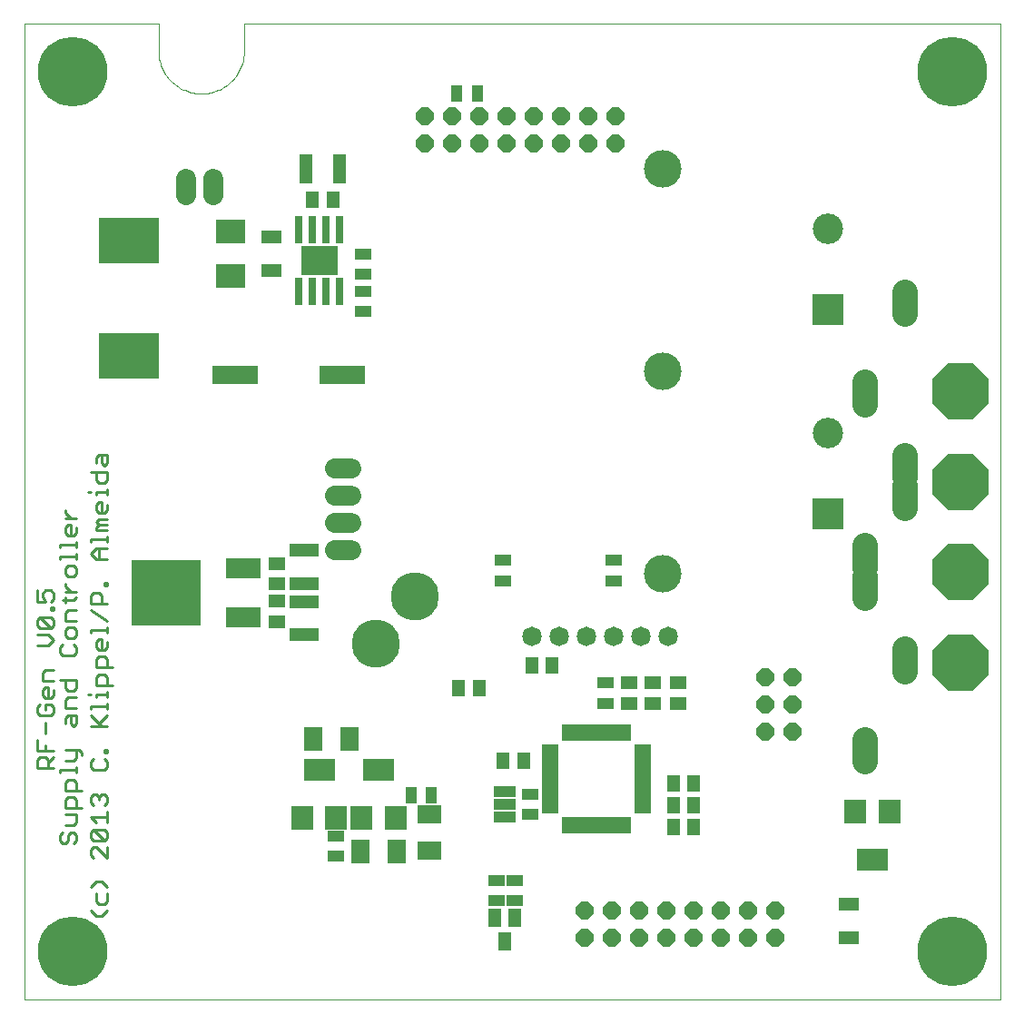
<source format=gts>
G75*
G70*
%OFA0B0*%
%FSLAX24Y24*%
%IPPOS*%
%LPD*%
%AMOC8*
5,1,8,0,0,1.08239X$1,22.5*
%
%ADD10C,0.0000*%
%ADD11C,0.0100*%
%ADD12C,0.1772*%
%ADD13C,0.1378*%
%ADD14R,0.1118X0.1118*%
%ADD15C,0.1118*%
%ADD16R,0.0315X0.0984*%
%ADD17R,0.1339X0.1063*%
%ADD18R,0.2244X0.1693*%
%ADD19R,0.0748X0.0472*%
%ADD20R,0.0630X0.0394*%
%ADD21R,0.0472X0.1102*%
%ADD22R,0.1102X0.0906*%
%ADD23R,0.0472X0.0630*%
%ADD24R,0.1693X0.0709*%
%ADD25R,0.1102X0.0472*%
%ADD26R,0.0630X0.0472*%
%ADD27C,0.2559*%
%ADD28R,0.0512X0.0669*%
%ADD29R,0.0827X0.0906*%
%ADD30R,0.1142X0.0827*%
%ADD31OC8,0.2087*%
%ADD32OC8,0.0658*%
%ADD33R,0.0394X0.0630*%
%ADD34R,0.0709X0.0906*%
%ADD35R,0.0906X0.0709*%
%ADD36C,0.0718*%
%ADD37R,0.1299X0.0748*%
%ADD38R,0.2559X0.2402*%
%ADD39R,0.0618X0.0338*%
%ADD40R,0.0338X0.0618*%
%ADD41C,0.0718*%
%ADD42R,0.0787X0.0394*%
%ADD43C,0.0943*%
D10*
X000233Y000233D02*
X000233Y036060D01*
X005154Y036060D01*
X005154Y035076D01*
X005156Y034999D01*
X005162Y034922D01*
X005171Y034845D01*
X005184Y034769D01*
X005201Y034693D01*
X005222Y034619D01*
X005246Y034545D01*
X005274Y034473D01*
X005305Y034403D01*
X005340Y034334D01*
X005378Y034266D01*
X005419Y034201D01*
X005464Y034138D01*
X005512Y034077D01*
X005562Y034018D01*
X005615Y033962D01*
X005671Y033909D01*
X005730Y033859D01*
X005791Y033811D01*
X005854Y033766D01*
X005919Y033725D01*
X005987Y033687D01*
X006056Y033652D01*
X006126Y033621D01*
X006198Y033593D01*
X006272Y033569D01*
X006346Y033548D01*
X006422Y033531D01*
X006498Y033518D01*
X006575Y033509D01*
X006652Y033503D01*
X006729Y033501D01*
X006806Y033503D01*
X006883Y033509D01*
X006960Y033518D01*
X007036Y033531D01*
X007112Y033548D01*
X007186Y033569D01*
X007260Y033593D01*
X007332Y033621D01*
X007402Y033652D01*
X007471Y033687D01*
X007539Y033725D01*
X007604Y033766D01*
X007667Y033811D01*
X007728Y033859D01*
X007787Y033909D01*
X007843Y033962D01*
X007896Y034018D01*
X007946Y034077D01*
X007994Y034138D01*
X008039Y034201D01*
X008080Y034266D01*
X008118Y034334D01*
X008153Y034403D01*
X008184Y034473D01*
X008212Y034545D01*
X008236Y034619D01*
X008257Y034693D01*
X008274Y034769D01*
X008287Y034845D01*
X008296Y034922D01*
X008302Y034999D01*
X008304Y035076D01*
X008304Y036060D01*
X036060Y036060D01*
X036060Y000233D01*
X000233Y000233D01*
X012322Y013305D02*
X012324Y013362D01*
X012330Y013419D01*
X012340Y013475D01*
X012353Y013531D01*
X012371Y013585D01*
X012392Y013638D01*
X012417Y013689D01*
X012445Y013739D01*
X012477Y013786D01*
X012511Y013832D01*
X012549Y013874D01*
X012590Y013914D01*
X012633Y013952D01*
X012679Y013986D01*
X012727Y014016D01*
X012777Y014044D01*
X012829Y014068D01*
X012883Y014088D01*
X012937Y014104D01*
X012993Y014117D01*
X013049Y014126D01*
X013106Y014131D01*
X013163Y014132D01*
X013220Y014129D01*
X013277Y014122D01*
X013333Y014111D01*
X013388Y014097D01*
X013442Y014078D01*
X013495Y014056D01*
X013546Y014031D01*
X013595Y014001D01*
X013642Y013969D01*
X013687Y013933D01*
X013729Y013895D01*
X013768Y013853D01*
X013804Y013809D01*
X013838Y013763D01*
X013868Y013714D01*
X013894Y013664D01*
X013917Y013612D01*
X013936Y013558D01*
X013952Y013503D01*
X013964Y013447D01*
X013972Y013390D01*
X013976Y013334D01*
X013976Y013276D01*
X013972Y013220D01*
X013964Y013163D01*
X013952Y013107D01*
X013936Y013052D01*
X013917Y012998D01*
X013894Y012946D01*
X013868Y012896D01*
X013838Y012847D01*
X013804Y012801D01*
X013768Y012757D01*
X013729Y012715D01*
X013687Y012677D01*
X013642Y012641D01*
X013595Y012609D01*
X013546Y012579D01*
X013495Y012554D01*
X013442Y012532D01*
X013388Y012513D01*
X013333Y012499D01*
X013277Y012488D01*
X013220Y012481D01*
X013163Y012478D01*
X013106Y012479D01*
X013049Y012484D01*
X012993Y012493D01*
X012937Y012506D01*
X012883Y012522D01*
X012829Y012542D01*
X012777Y012566D01*
X012727Y012594D01*
X012679Y012624D01*
X012633Y012658D01*
X012590Y012696D01*
X012549Y012736D01*
X012511Y012778D01*
X012477Y012824D01*
X012445Y012871D01*
X012417Y012921D01*
X012392Y012972D01*
X012371Y013025D01*
X012353Y013079D01*
X012340Y013135D01*
X012330Y013191D01*
X012324Y013248D01*
X012322Y013305D01*
X013728Y015024D02*
X013730Y015081D01*
X013736Y015138D01*
X013746Y015194D01*
X013759Y015250D01*
X013777Y015304D01*
X013798Y015357D01*
X013823Y015408D01*
X013851Y015458D01*
X013883Y015505D01*
X013917Y015551D01*
X013955Y015593D01*
X013996Y015633D01*
X014039Y015671D01*
X014085Y015705D01*
X014133Y015735D01*
X014183Y015763D01*
X014235Y015787D01*
X014289Y015807D01*
X014343Y015823D01*
X014399Y015836D01*
X014455Y015845D01*
X014512Y015850D01*
X014569Y015851D01*
X014626Y015848D01*
X014683Y015841D01*
X014739Y015830D01*
X014794Y015816D01*
X014848Y015797D01*
X014901Y015775D01*
X014952Y015750D01*
X015001Y015720D01*
X015048Y015688D01*
X015093Y015652D01*
X015135Y015614D01*
X015174Y015572D01*
X015210Y015528D01*
X015244Y015482D01*
X015274Y015433D01*
X015300Y015383D01*
X015323Y015331D01*
X015342Y015277D01*
X015358Y015222D01*
X015370Y015166D01*
X015378Y015109D01*
X015382Y015053D01*
X015382Y014995D01*
X015378Y014939D01*
X015370Y014882D01*
X015358Y014826D01*
X015342Y014771D01*
X015323Y014717D01*
X015300Y014665D01*
X015274Y014615D01*
X015244Y014566D01*
X015210Y014520D01*
X015174Y014476D01*
X015135Y014434D01*
X015093Y014396D01*
X015048Y014360D01*
X015001Y014328D01*
X014952Y014298D01*
X014901Y014273D01*
X014848Y014251D01*
X014794Y014232D01*
X014739Y014218D01*
X014683Y014207D01*
X014626Y014200D01*
X014569Y014197D01*
X014512Y014198D01*
X014455Y014203D01*
X014399Y014212D01*
X014343Y014225D01*
X014289Y014241D01*
X014235Y014261D01*
X014183Y014285D01*
X014133Y014313D01*
X014085Y014343D01*
X014039Y014377D01*
X013996Y014415D01*
X013955Y014455D01*
X013917Y014497D01*
X013883Y014543D01*
X013851Y014590D01*
X013823Y014640D01*
X013798Y014691D01*
X013777Y014744D01*
X013759Y014798D01*
X013746Y014854D01*
X013736Y014910D01*
X013730Y014967D01*
X013728Y015024D01*
X023050Y015868D02*
X023052Y015918D01*
X023058Y015968D01*
X023068Y016017D01*
X023082Y016065D01*
X023099Y016112D01*
X023120Y016157D01*
X023145Y016201D01*
X023173Y016242D01*
X023205Y016281D01*
X023239Y016318D01*
X023276Y016352D01*
X023316Y016382D01*
X023358Y016409D01*
X023402Y016433D01*
X023448Y016454D01*
X023495Y016470D01*
X023543Y016483D01*
X023593Y016492D01*
X023642Y016497D01*
X023693Y016498D01*
X023743Y016495D01*
X023792Y016488D01*
X023841Y016477D01*
X023889Y016462D01*
X023935Y016444D01*
X023980Y016422D01*
X024023Y016396D01*
X024064Y016367D01*
X024103Y016335D01*
X024139Y016300D01*
X024171Y016262D01*
X024201Y016222D01*
X024228Y016179D01*
X024251Y016135D01*
X024270Y016089D01*
X024286Y016041D01*
X024298Y015992D01*
X024306Y015943D01*
X024310Y015893D01*
X024310Y015843D01*
X024306Y015793D01*
X024298Y015744D01*
X024286Y015695D01*
X024270Y015647D01*
X024251Y015601D01*
X024228Y015557D01*
X024201Y015514D01*
X024171Y015474D01*
X024139Y015436D01*
X024103Y015401D01*
X024064Y015369D01*
X024023Y015340D01*
X023980Y015314D01*
X023935Y015292D01*
X023889Y015274D01*
X023841Y015259D01*
X023792Y015248D01*
X023743Y015241D01*
X023693Y015238D01*
X023642Y015239D01*
X023593Y015244D01*
X023543Y015253D01*
X023495Y015266D01*
X023448Y015282D01*
X023402Y015303D01*
X023358Y015327D01*
X023316Y015354D01*
X023276Y015384D01*
X023239Y015418D01*
X023205Y015455D01*
X023173Y015494D01*
X023145Y015535D01*
X023120Y015579D01*
X023099Y015624D01*
X023082Y015671D01*
X023068Y015719D01*
X023058Y015768D01*
X023052Y015818D01*
X023050Y015868D01*
X023050Y023305D02*
X023052Y023355D01*
X023058Y023405D01*
X023068Y023454D01*
X023082Y023502D01*
X023099Y023549D01*
X023120Y023594D01*
X023145Y023638D01*
X023173Y023679D01*
X023205Y023718D01*
X023239Y023755D01*
X023276Y023789D01*
X023316Y023819D01*
X023358Y023846D01*
X023402Y023870D01*
X023448Y023891D01*
X023495Y023907D01*
X023543Y023920D01*
X023593Y023929D01*
X023642Y023934D01*
X023693Y023935D01*
X023743Y023932D01*
X023792Y023925D01*
X023841Y023914D01*
X023889Y023899D01*
X023935Y023881D01*
X023980Y023859D01*
X024023Y023833D01*
X024064Y023804D01*
X024103Y023772D01*
X024139Y023737D01*
X024171Y023699D01*
X024201Y023659D01*
X024228Y023616D01*
X024251Y023572D01*
X024270Y023526D01*
X024286Y023478D01*
X024298Y023429D01*
X024306Y023380D01*
X024310Y023330D01*
X024310Y023280D01*
X024306Y023230D01*
X024298Y023181D01*
X024286Y023132D01*
X024270Y023084D01*
X024251Y023038D01*
X024228Y022994D01*
X024201Y022951D01*
X024171Y022911D01*
X024139Y022873D01*
X024103Y022838D01*
X024064Y022806D01*
X024023Y022777D01*
X023980Y022751D01*
X023935Y022729D01*
X023889Y022711D01*
X023841Y022696D01*
X023792Y022685D01*
X023743Y022678D01*
X023693Y022675D01*
X023642Y022676D01*
X023593Y022681D01*
X023543Y022690D01*
X023495Y022703D01*
X023448Y022719D01*
X023402Y022740D01*
X023358Y022764D01*
X023316Y022791D01*
X023276Y022821D01*
X023239Y022855D01*
X023205Y022892D01*
X023173Y022931D01*
X023145Y022972D01*
X023120Y023016D01*
X023099Y023061D01*
X023082Y023108D01*
X023068Y023156D01*
X023058Y023205D01*
X023052Y023255D01*
X023050Y023305D01*
X023050Y030742D02*
X023052Y030792D01*
X023058Y030842D01*
X023068Y030891D01*
X023082Y030939D01*
X023099Y030986D01*
X023120Y031031D01*
X023145Y031075D01*
X023173Y031116D01*
X023205Y031155D01*
X023239Y031192D01*
X023276Y031226D01*
X023316Y031256D01*
X023358Y031283D01*
X023402Y031307D01*
X023448Y031328D01*
X023495Y031344D01*
X023543Y031357D01*
X023593Y031366D01*
X023642Y031371D01*
X023693Y031372D01*
X023743Y031369D01*
X023792Y031362D01*
X023841Y031351D01*
X023889Y031336D01*
X023935Y031318D01*
X023980Y031296D01*
X024023Y031270D01*
X024064Y031241D01*
X024103Y031209D01*
X024139Y031174D01*
X024171Y031136D01*
X024201Y031096D01*
X024228Y031053D01*
X024251Y031009D01*
X024270Y030963D01*
X024286Y030915D01*
X024298Y030866D01*
X024306Y030817D01*
X024310Y030767D01*
X024310Y030717D01*
X024306Y030667D01*
X024298Y030618D01*
X024286Y030569D01*
X024270Y030521D01*
X024251Y030475D01*
X024228Y030431D01*
X024201Y030388D01*
X024171Y030348D01*
X024139Y030310D01*
X024103Y030275D01*
X024064Y030243D01*
X024023Y030214D01*
X023980Y030188D01*
X023935Y030166D01*
X023889Y030148D01*
X023841Y030133D01*
X023792Y030122D01*
X023743Y030115D01*
X023693Y030112D01*
X023642Y030113D01*
X023593Y030118D01*
X023543Y030127D01*
X023495Y030140D01*
X023448Y030156D01*
X023402Y030177D01*
X023358Y030201D01*
X023316Y030228D01*
X023276Y030258D01*
X023239Y030292D01*
X023205Y030329D01*
X023173Y030368D01*
X023145Y030409D01*
X023120Y030453D01*
X023099Y030498D01*
X023082Y030545D01*
X023068Y030593D01*
X023058Y030642D01*
X023052Y030692D01*
X023050Y030742D01*
D11*
X003455Y012423D02*
X002855Y012423D01*
X002855Y012724D01*
X002955Y012824D01*
X003155Y012824D01*
X003255Y012724D01*
X003255Y012423D01*
X003155Y012179D02*
X003255Y012079D01*
X003255Y011779D01*
X003455Y011779D02*
X002855Y011779D01*
X002855Y012079D01*
X002955Y012179D01*
X003155Y012179D01*
X003255Y011549D02*
X003255Y011349D01*
X003255Y011449D02*
X002855Y011449D01*
X002855Y011349D01*
X002654Y011449D02*
X002554Y011449D01*
X002654Y011020D02*
X003255Y011020D01*
X003255Y010920D02*
X003255Y011120D01*
X003255Y010675D02*
X002955Y010375D01*
X003055Y010275D02*
X002654Y010675D01*
X002654Y010920D02*
X002654Y011020D01*
X002130Y010921D02*
X001730Y010921D01*
X001730Y011222D01*
X001830Y011322D01*
X002130Y011322D01*
X002030Y011566D02*
X001830Y011566D01*
X001730Y011666D01*
X001730Y011966D01*
X001529Y011966D02*
X002130Y011966D01*
X002130Y011666D01*
X002030Y011566D01*
X001318Y011608D02*
X001318Y011408D01*
X001217Y011308D01*
X001017Y011308D01*
X000917Y011408D01*
X000917Y011608D01*
X001017Y011708D01*
X001117Y011708D01*
X001117Y011308D01*
X001017Y011064D02*
X001017Y010864D01*
X001017Y011064D02*
X001217Y011064D01*
X001318Y010964D01*
X001318Y010764D01*
X001217Y010664D01*
X000817Y010664D01*
X000717Y010764D01*
X000717Y010964D01*
X000817Y011064D01*
X001017Y010419D02*
X001017Y010019D01*
X000717Y009775D02*
X000717Y009374D01*
X001318Y009374D01*
X001318Y009130D02*
X001117Y008930D01*
X001117Y009030D02*
X001117Y008730D01*
X001318Y008730D02*
X000717Y008730D01*
X000717Y009030D01*
X000817Y009130D01*
X001017Y009130D01*
X001117Y009030D01*
X001017Y009374D02*
X001017Y009575D01*
X001730Y009388D02*
X002230Y009388D01*
X002330Y009288D01*
X002330Y009188D01*
X002130Y009088D02*
X002030Y008988D01*
X001730Y008988D01*
X001529Y008658D02*
X002130Y008658D01*
X002130Y008558D02*
X002130Y008758D01*
X002130Y009088D02*
X002130Y009388D01*
X002654Y008964D02*
X002654Y008764D01*
X002754Y008664D01*
X003155Y008664D01*
X003255Y008764D01*
X003255Y008964D01*
X003155Y009064D01*
X003155Y009308D02*
X003155Y009408D01*
X003255Y009408D01*
X003255Y009308D01*
X003155Y009308D01*
X002754Y009064D02*
X002654Y008964D01*
X002030Y008314D02*
X002130Y008214D01*
X002130Y007914D01*
X002330Y007914D02*
X001730Y007914D01*
X001730Y008214D01*
X001830Y008314D01*
X002030Y008314D01*
X001529Y008558D02*
X001529Y008658D01*
X001830Y007669D02*
X002030Y007669D01*
X002130Y007569D01*
X002130Y007269D01*
X002330Y007269D02*
X001730Y007269D01*
X001730Y007569D01*
X001830Y007669D01*
X001730Y007025D02*
X002130Y007025D01*
X002130Y006725D01*
X002030Y006624D01*
X001730Y006624D01*
X001630Y006380D02*
X001529Y006280D01*
X001529Y006080D01*
X001630Y005980D01*
X001730Y005980D01*
X001830Y006080D01*
X001830Y006280D01*
X001930Y006380D01*
X002030Y006380D01*
X002130Y006280D01*
X002130Y006080D01*
X002030Y005980D01*
X002654Y006185D02*
X002754Y006085D01*
X003155Y006085D01*
X002754Y006486D01*
X003155Y006486D01*
X003255Y006386D01*
X003255Y006185D01*
X003155Y006085D01*
X003255Y005841D02*
X003255Y005441D01*
X002855Y005841D01*
X002754Y005841D01*
X002654Y005741D01*
X002654Y005541D01*
X002754Y005441D01*
X002654Y006185D02*
X002654Y006386D01*
X002754Y006486D01*
X002855Y006730D02*
X002654Y006930D01*
X003255Y006930D01*
X003255Y006730D02*
X003255Y007130D01*
X003155Y007374D02*
X003255Y007475D01*
X003255Y007675D01*
X003155Y007775D01*
X003055Y007775D01*
X002955Y007675D01*
X002955Y007575D01*
X002955Y007675D02*
X002855Y007775D01*
X002754Y007775D01*
X002654Y007675D01*
X002654Y007475D01*
X002754Y007374D01*
X002855Y004567D02*
X002654Y004367D01*
X002855Y004567D02*
X003055Y004567D01*
X003255Y004367D01*
X003255Y004122D02*
X003255Y003822D01*
X003155Y003722D01*
X002955Y003722D01*
X002855Y003822D01*
X002855Y004122D01*
X002654Y003493D02*
X002855Y003292D01*
X003055Y003292D01*
X003255Y003493D01*
X003255Y010275D02*
X002654Y010275D01*
X002130Y010377D02*
X002030Y010277D01*
X001930Y010377D01*
X001930Y010677D01*
X001830Y010677D02*
X002130Y010677D01*
X002130Y010377D01*
X001730Y010377D02*
X001730Y010577D01*
X001830Y010677D01*
X001318Y011953D02*
X000917Y011953D01*
X000917Y012253D01*
X001017Y012353D01*
X001318Y012353D01*
X001630Y012855D02*
X002030Y012855D01*
X002130Y012955D01*
X002130Y013155D01*
X002030Y013255D01*
X002030Y013500D02*
X002130Y013600D01*
X002130Y013800D01*
X002030Y013900D01*
X001830Y013900D01*
X001730Y013800D01*
X001730Y013600D01*
X001830Y013500D01*
X002030Y013500D01*
X001630Y013255D02*
X001529Y013155D01*
X001529Y012955D01*
X001630Y012855D01*
X001117Y013242D02*
X001318Y013442D01*
X001117Y013642D01*
X000717Y013642D01*
X000817Y013886D02*
X000717Y013986D01*
X000717Y014187D01*
X000817Y014287D01*
X001217Y013886D01*
X001318Y013986D01*
X001318Y014187D01*
X001217Y014287D01*
X000817Y014287D01*
X000817Y013886D02*
X001217Y013886D01*
X001730Y014144D02*
X001730Y014444D01*
X001830Y014545D01*
X002130Y014545D01*
X002030Y014889D02*
X001630Y014889D01*
X001730Y014789D02*
X001730Y014989D01*
X001730Y015218D02*
X002130Y015218D01*
X001930Y015218D02*
X001730Y015419D01*
X001730Y015519D01*
X001830Y015756D02*
X001730Y015856D01*
X001730Y016056D01*
X001830Y016156D01*
X002030Y016156D01*
X002130Y016056D01*
X002130Y015856D01*
X002030Y015756D01*
X001830Y015756D01*
X002130Y016400D02*
X002130Y016600D01*
X002130Y016500D02*
X001529Y016500D01*
X001529Y016400D01*
X001529Y016830D02*
X001529Y016930D01*
X002130Y016930D01*
X002130Y016830D02*
X002130Y017030D01*
X002030Y017260D02*
X001830Y017260D01*
X001730Y017360D01*
X001730Y017560D01*
X001830Y017660D01*
X001930Y017660D01*
X001930Y017260D01*
X002030Y017260D02*
X002130Y017360D01*
X002130Y017560D01*
X002130Y017904D02*
X001730Y017904D01*
X001930Y017904D02*
X001730Y018104D01*
X001730Y018204D01*
X002554Y018862D02*
X002654Y018862D01*
X002855Y018862D02*
X003255Y018862D01*
X003255Y018762D02*
X003255Y018962D01*
X003155Y019191D02*
X002955Y019191D01*
X002855Y019291D01*
X002855Y019592D01*
X002654Y019592D02*
X003255Y019592D01*
X003255Y019291D01*
X003155Y019191D01*
X002855Y018862D02*
X002855Y018762D01*
X002955Y018517D02*
X002855Y018417D01*
X002855Y018217D01*
X002955Y018117D01*
X003155Y018117D01*
X003255Y018217D01*
X003255Y018417D01*
X003055Y018517D02*
X003055Y018117D01*
X002955Y017873D02*
X003255Y017873D01*
X003255Y017673D02*
X002955Y017673D01*
X002855Y017773D01*
X002955Y017873D01*
X002955Y017673D02*
X002855Y017573D01*
X002855Y017472D01*
X003255Y017472D01*
X003255Y017243D02*
X003255Y017043D01*
X003255Y017143D02*
X002654Y017143D01*
X002654Y017043D01*
X002855Y016799D02*
X003255Y016799D01*
X002955Y016799D02*
X002955Y016398D01*
X002855Y016398D02*
X003255Y016398D01*
X002855Y016398D02*
X002654Y016598D01*
X002855Y016799D01*
X003155Y015531D02*
X003255Y015531D01*
X003255Y015431D01*
X003155Y015431D01*
X003155Y015531D01*
X002955Y015187D02*
X002754Y015187D01*
X002654Y015087D01*
X002654Y014787D01*
X003255Y014787D01*
X003055Y014787D02*
X003055Y015087D01*
X002955Y015187D01*
X002654Y014543D02*
X003255Y014142D01*
X003255Y013913D02*
X003255Y013713D01*
X003255Y013813D02*
X002654Y013813D01*
X002654Y013713D01*
X002955Y013468D02*
X002855Y013368D01*
X002855Y013168D01*
X002955Y013068D01*
X003155Y013068D01*
X003255Y013168D01*
X003255Y013368D01*
X003055Y013468D02*
X003055Y013068D01*
X003055Y013468D02*
X002955Y013468D01*
X002130Y014144D02*
X001730Y014144D01*
X001318Y014531D02*
X001318Y014631D01*
X001217Y014631D01*
X001217Y014531D01*
X001318Y014531D01*
X001217Y014853D02*
X001318Y014953D01*
X001318Y015153D01*
X001217Y015254D01*
X001017Y015254D01*
X000917Y015153D01*
X000917Y015053D01*
X001017Y014853D01*
X000717Y014853D01*
X000717Y015254D01*
X002030Y014889D02*
X002130Y014989D01*
X001117Y013242D02*
X000717Y013242D01*
X002955Y018517D02*
X003055Y018517D01*
X003155Y019836D02*
X003055Y019936D01*
X003055Y020236D01*
X002955Y020236D02*
X003255Y020236D01*
X003255Y019936D01*
X003155Y019836D01*
X002855Y019936D02*
X002855Y020136D01*
X002955Y020236D01*
D12*
X013149Y013305D03*
X014555Y015024D03*
D13*
X023680Y015868D03*
X023680Y023305D03*
X023680Y030742D03*
D14*
X029743Y025578D03*
X029742Y018079D03*
D15*
X029742Y021031D03*
X029743Y028531D03*
D16*
X011805Y028509D03*
X011305Y028509D03*
X010805Y028509D03*
X010305Y028509D03*
X010305Y026226D03*
X010805Y026226D03*
X011305Y026226D03*
X011805Y026226D03*
D17*
X011055Y027367D03*
D18*
X004055Y028118D03*
X004055Y023866D03*
D19*
X009305Y027007D03*
X009305Y028228D03*
X030493Y003728D03*
X030493Y002507D03*
D20*
X021555Y011118D03*
X021555Y011866D03*
X021868Y015618D03*
X021868Y016366D03*
X017805Y016366D03*
X017805Y015618D03*
X018805Y007773D03*
X018805Y007025D03*
X018243Y004616D03*
X017555Y004616D03*
X017555Y003868D03*
X018243Y003868D03*
X011680Y005493D03*
X011680Y006241D03*
X012680Y025493D03*
X012680Y026241D03*
X012680Y026868D03*
X012680Y027616D03*
D21*
X011790Y030742D03*
X010570Y030742D03*
D22*
X007805Y028444D03*
X007805Y026791D03*
D23*
X010806Y029617D03*
X011554Y029617D03*
X018868Y012492D03*
X019617Y012492D03*
X016929Y011680D03*
X016181Y011680D03*
X017806Y008992D03*
X018554Y008992D03*
X024056Y008180D03*
X024804Y008180D03*
X024804Y007367D03*
X024056Y007367D03*
X024056Y006555D03*
X024804Y006555D03*
D24*
X011899Y023180D03*
X007961Y023180D03*
D25*
X010493Y016728D03*
X010493Y015507D03*
X010492Y014853D03*
X010492Y013632D03*
D26*
X009493Y014118D03*
X009493Y014866D03*
X009493Y015493D03*
X009493Y016241D03*
X022430Y011866D03*
X022430Y011118D03*
X023305Y011118D03*
X023305Y011866D03*
X024243Y011866D03*
X024243Y011118D03*
D27*
X034288Y002005D03*
X002005Y002005D03*
X002005Y034288D03*
X034288Y034288D03*
D28*
X018242Y003238D03*
X017493Y003238D03*
X017868Y002372D03*
D29*
X013872Y006916D03*
X012613Y006916D03*
X011685Y006916D03*
X010425Y006916D03*
X030738Y007132D03*
X031997Y007132D03*
D30*
X031368Y005360D03*
X013243Y008687D03*
X011055Y008687D03*
D31*
X034618Y012617D03*
X034618Y015930D03*
X034618Y019242D03*
X034618Y022555D03*
D32*
X028430Y012055D03*
X027430Y012055D03*
X027430Y011055D03*
X028430Y011055D03*
X028430Y010055D03*
X027430Y010055D03*
X027805Y003492D03*
X027805Y002492D03*
X026805Y002492D03*
X025805Y002492D03*
X024805Y002492D03*
X023805Y002492D03*
X022805Y002492D03*
X021805Y002492D03*
X020805Y002492D03*
X020805Y003492D03*
X021805Y003492D03*
X022805Y003492D03*
X023805Y003492D03*
X024805Y003492D03*
X025805Y003492D03*
X026805Y003492D03*
X021930Y031680D03*
X021930Y032680D03*
X020930Y032680D03*
X019930Y032680D03*
X018930Y032680D03*
X017930Y032680D03*
X016930Y032680D03*
X015930Y032680D03*
X014930Y032680D03*
X014930Y031680D03*
X015930Y031680D03*
X016930Y031680D03*
X017930Y031680D03*
X018930Y031680D03*
X019930Y031680D03*
X020930Y031680D03*
D33*
X016867Y033492D03*
X016119Y033492D03*
X015179Y007743D03*
X014431Y007743D03*
D34*
X013912Y005680D03*
X012573Y005680D03*
X012162Y009805D03*
X010823Y009805D03*
D35*
X015118Y007037D03*
X015118Y005698D03*
D36*
X012230Y016742D02*
X011630Y016742D01*
X011630Y017742D02*
X012230Y017742D01*
X012230Y018742D02*
X011630Y018742D01*
X011630Y019742D02*
X012230Y019742D01*
X007180Y029755D02*
X007180Y030355D01*
X006180Y030355D02*
X006180Y029755D01*
D37*
X008287Y016085D03*
X008287Y014274D03*
D38*
X005453Y015180D03*
D39*
X019553Y009439D03*
X019553Y009124D03*
X019553Y008809D03*
X019553Y008494D03*
X019553Y008179D03*
X019553Y007864D03*
X019553Y007549D03*
X019553Y007234D03*
X022933Y007234D03*
X022933Y007549D03*
X022933Y007864D03*
X022933Y008179D03*
X022933Y008494D03*
X022933Y008809D03*
X022933Y009124D03*
X022933Y009439D03*
D40*
X022345Y010026D03*
X022030Y010026D03*
X021715Y010026D03*
X021400Y010026D03*
X021085Y010026D03*
X020770Y010026D03*
X020455Y010026D03*
X020140Y010026D03*
X020140Y006646D03*
X020455Y006646D03*
X020770Y006646D03*
X021085Y006646D03*
X021400Y006646D03*
X021715Y006646D03*
X022030Y006646D03*
X022345Y006646D03*
D41*
X021868Y013555D03*
X022868Y013555D03*
X023868Y013555D03*
X020868Y013555D03*
X019868Y013555D03*
X018868Y013555D03*
D42*
X017868Y007871D03*
X017868Y007399D03*
X017868Y006926D03*
D43*
X031118Y008955D02*
X031118Y009780D01*
X032555Y012267D02*
X032555Y013092D01*
X031118Y014955D02*
X031118Y015780D01*
X031118Y016080D02*
X031118Y016905D01*
X032555Y018267D02*
X032555Y019092D01*
X032555Y019392D02*
X032555Y020217D01*
X031118Y022080D02*
X031118Y022905D01*
X032555Y025392D02*
X032555Y026217D01*
M02*

</source>
